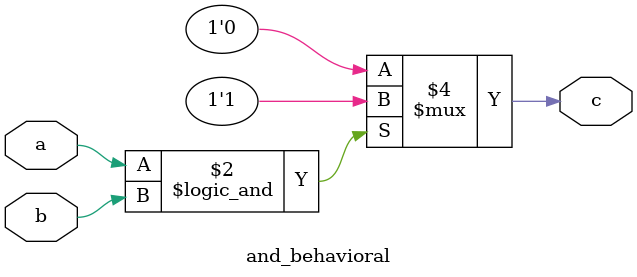
<source format=v>
module and_behavioral(input a,input b,output reg c);
  always@(a,b)
  begin
    if(a && b)
      begin 
        c=1;
      end
    else
      begin
        c=0;
      end
  end
endmodule

</source>
